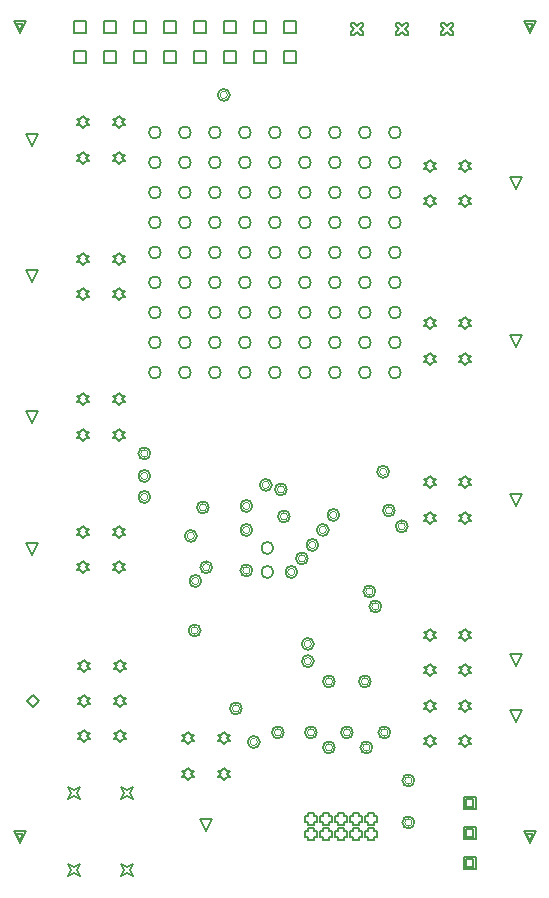
<source format=gbr>
%TF.GenerationSoftware,Altium Limited,Altium Designer,20.1.14 (287)*%
G04 Layer_Color=2752767*
%FSLAX25Y25*%
%MOIN*%
%TF.SameCoordinates,EAB65FBB-9CC0-4E70-8F82-B449C0BBF2B7*%
%TF.FilePolarity,Positive*%
%TF.FileFunction,Drawing*%
%TF.Part,Single*%
G01*
G75*
%TA.AperFunction,NonConductor*%
%ADD78C,0.00500*%
%ADD80C,0.00400*%
%ADD104C,0.00667*%
D78*
X103000Y283000D02*
Y287000D01*
X107000D01*
Y283000D01*
X103000D01*
X93000D02*
Y287000D01*
X97000D01*
Y283000D01*
X93000D01*
X83000D02*
Y287000D01*
X87000D01*
Y283000D01*
X83000D01*
X73000D02*
Y287000D01*
X77000D01*
Y283000D01*
X73000D01*
X63000D02*
Y287000D01*
X67000D01*
Y283000D01*
X63000D01*
X53000D02*
Y287000D01*
X57000D01*
Y283000D01*
X53000D01*
X43000D02*
Y287000D01*
X47000D01*
Y283000D01*
X43000D01*
X33000D02*
Y287000D01*
X37000D01*
Y283000D01*
X33000D01*
X103000Y273000D02*
Y277000D01*
X107000D01*
Y273000D01*
X103000D01*
X93000D02*
Y277000D01*
X97000D01*
Y273000D01*
X93000D01*
X83000D02*
Y277000D01*
X87000D01*
Y273000D01*
X83000D01*
X73000D02*
Y277000D01*
X77000D01*
Y273000D01*
X73000D01*
X63000D02*
Y277000D01*
X67000D01*
Y273000D01*
X63000D01*
X53000D02*
Y277000D01*
X57000D01*
Y273000D01*
X53000D01*
X43000D02*
Y277000D01*
X47000D01*
Y273000D01*
X43000D01*
X33000D02*
Y277000D01*
X37000D01*
Y273000D01*
X33000D01*
X19193Y153094D02*
X17193Y157095D01*
X21193D01*
X19193Y153094D01*
X48012Y159000D02*
X49012Y160000D01*
X50012D01*
X49012Y161000D01*
X50012Y162000D01*
X49012D01*
X48012Y163000D01*
X47012Y162000D01*
X46012D01*
X47012Y161000D01*
X46012Y160000D01*
X47012D01*
X48012Y159000D01*
Y147189D02*
X49012Y148189D01*
X50012D01*
X49012Y149189D01*
X50012Y150189D01*
X49012D01*
X48012Y151189D01*
X47012Y150189D01*
X46012D01*
X47012Y149189D01*
X46012Y148189D01*
X47012D01*
X48012Y147189D01*
X36201Y159000D02*
X37201Y160000D01*
X38201D01*
X37201Y161000D01*
X38201Y162000D01*
X37201D01*
X36201Y163000D01*
X35201Y162000D01*
X34201D01*
X35201Y161000D01*
X34201Y160000D01*
X35201D01*
X36201Y159000D01*
Y147189D02*
X37201Y148189D01*
X38201D01*
X37201Y149189D01*
X38201Y150189D01*
X37201D01*
X36201Y151189D01*
X35201Y150189D01*
X34201D01*
X35201Y149189D01*
X34201Y148189D01*
X35201D01*
X36201Y147189D01*
X180500Y72004D02*
X178500Y76004D01*
X182500D01*
X180500Y72004D01*
Y53500D02*
X178500Y57500D01*
X182500D01*
X180500Y53500D01*
X151681Y45035D02*
X152681Y46035D01*
X153681D01*
X152681Y47035D01*
X153681Y48035D01*
X152681D01*
X151681Y49035D01*
X150681Y48035D01*
X149681D01*
X150681Y47035D01*
X149681Y46035D01*
X150681D01*
X151681Y45035D01*
Y56846D02*
X152681Y57846D01*
X153681D01*
X152681Y58846D01*
X153681Y59847D01*
X152681D01*
X151681Y60847D01*
X150681Y59847D01*
X149681D01*
X150681Y58846D01*
X149681Y57846D01*
X150681D01*
X151681Y56846D01*
Y68657D02*
X152681Y69657D01*
X153681D01*
X152681Y70657D01*
X153681Y71658D01*
X152681D01*
X151681Y72658D01*
X150681Y71658D01*
X149681D01*
X150681Y70657D01*
X149681Y69657D01*
X150681D01*
X151681Y68657D01*
Y80468D02*
X152681Y81468D01*
X153681D01*
X152681Y82468D01*
X153681Y83469D01*
X152681D01*
X151681Y84469D01*
X150681Y83469D01*
X149681D01*
X150681Y82468D01*
X149681Y81468D01*
X150681D01*
X151681Y80468D01*
X163492Y45035D02*
X164492Y46035D01*
X165492D01*
X164492Y47035D01*
X165492Y48035D01*
X164492D01*
X163492Y49035D01*
X162492Y48035D01*
X161492D01*
X162492Y47035D01*
X161492Y46035D01*
X162492D01*
X163492Y45035D01*
Y56846D02*
X164492Y57846D01*
X165492D01*
X164492Y58846D01*
X165492Y59847D01*
X164492D01*
X163492Y60847D01*
X162492Y59847D01*
X161492D01*
X162492Y58846D01*
X161492Y57846D01*
X162492D01*
X163492Y56846D01*
Y68657D02*
X164492Y69657D01*
X165492D01*
X164492Y70657D01*
X165492Y71658D01*
X164492D01*
X163492Y72658D01*
X162492Y71658D01*
X161492D01*
X162492Y70657D01*
X161492Y69657D01*
X162492D01*
X163492Y68657D01*
Y80468D02*
X164492Y81468D01*
X165492D01*
X164492Y82468D01*
X165492Y83469D01*
X164492D01*
X163492Y84469D01*
X162492Y83469D01*
X161492D01*
X162492Y82468D01*
X161492Y81468D01*
X162492D01*
X163492Y80468D01*
X31142Y2205D02*
X32142Y4205D01*
X31142Y6205D01*
X33142Y5205D01*
X35142Y6205D01*
X34142Y4205D01*
X35142Y2205D01*
X33142Y3205D01*
X31142Y2205D01*
Y27795D02*
X32142Y29795D01*
X31142Y31795D01*
X33142Y30795D01*
X35142Y31795D01*
X34142Y29795D01*
X35142Y27795D01*
X33142Y28795D01*
X31142Y27795D01*
X48858D02*
X49858Y29795D01*
X48858Y31795D01*
X50858Y30795D01*
X52858Y31795D01*
X51858Y29795D01*
X52858Y27795D01*
X50858Y28795D01*
X48858Y27795D01*
Y2205D02*
X49858Y4205D01*
X48858Y6205D01*
X50858Y5205D01*
X52858Y6205D01*
X51858Y4205D01*
X52858Y2205D01*
X50858Y3205D01*
X48858Y2205D01*
X180500Y231000D02*
X178500Y235000D01*
X182500D01*
X180500Y231000D01*
X151681Y225095D02*
X152681Y226095D01*
X153681D01*
X152681Y227095D01*
X153681Y228095D01*
X152681D01*
X151681Y229095D01*
X150681Y228095D01*
X149681D01*
X150681Y227095D01*
X149681Y226095D01*
X150681D01*
X151681Y225095D01*
Y236906D02*
X152681Y237906D01*
X153681D01*
X152681Y238906D01*
X153681Y239906D01*
X152681D01*
X151681Y240905D01*
X150681Y239906D01*
X149681D01*
X150681Y238906D01*
X149681Y237906D01*
X150681D01*
X151681Y236906D01*
X163492Y225095D02*
X164492Y226095D01*
X165492D01*
X164492Y227095D01*
X165492Y228095D01*
X164492D01*
X163492Y229095D01*
X162492Y228095D01*
X161492D01*
X162492Y227095D01*
X161492Y226095D01*
X162492D01*
X163492Y225095D01*
Y236906D02*
X164492Y237906D01*
X165492D01*
X164492Y238906D01*
X165492Y239906D01*
X164492D01*
X163492Y240905D01*
X162492Y239906D01*
X161492D01*
X162492Y238906D01*
X161492Y237906D01*
X162492D01*
X163492Y236906D01*
X180500Y178500D02*
X178500Y182500D01*
X182500D01*
X180500Y178500D01*
X151681Y172594D02*
X152681Y173594D01*
X153681D01*
X152681Y174594D01*
X153681Y175594D01*
X152681D01*
X151681Y176594D01*
X150681Y175594D01*
X149681D01*
X150681Y174594D01*
X149681Y173594D01*
X150681D01*
X151681Y172594D01*
Y184406D02*
X152681Y185406D01*
X153681D01*
X152681Y186406D01*
X153681Y187406D01*
X152681D01*
X151681Y188406D01*
X150681Y187406D01*
X149681D01*
X150681Y186406D01*
X149681Y185406D01*
X150681D01*
X151681Y184406D01*
X163492Y172594D02*
X164492Y173594D01*
X165492D01*
X164492Y174594D01*
X165492Y175594D01*
X164492D01*
X163492Y176594D01*
X162492Y175594D01*
X161492D01*
X162492Y174594D01*
X161492Y173594D01*
X162492D01*
X163492Y172594D01*
Y184406D02*
X164492Y185406D01*
X165492D01*
X164492Y186406D01*
X165492Y187406D01*
X164492D01*
X163492Y188406D01*
X162492Y187406D01*
X161492D01*
X162492Y186406D01*
X161492Y185406D01*
X162492D01*
X163492Y184406D01*
X180500Y125500D02*
X178500Y129500D01*
X182500D01*
X180500Y125500D01*
X151681Y119595D02*
X152681Y120595D01*
X153681D01*
X152681Y121595D01*
X153681Y122594D01*
X152681D01*
X151681Y123594D01*
X150681Y122594D01*
X149681D01*
X150681Y121595D01*
X149681Y120595D01*
X150681D01*
X151681Y119595D01*
Y131405D02*
X152681Y132405D01*
X153681D01*
X152681Y133405D01*
X153681Y134406D01*
X152681D01*
X151681Y135406D01*
X150681Y134406D01*
X149681D01*
X150681Y133405D01*
X149681Y132405D01*
X150681D01*
X151681Y131405D01*
X163492Y119595D02*
X164492Y120595D01*
X165492D01*
X164492Y121595D01*
X165492Y122594D01*
X164492D01*
X163492Y123594D01*
X162492Y122594D01*
X161492D01*
X162492Y121595D01*
X161492Y120595D01*
X162492D01*
X163492Y119595D01*
Y131405D02*
X164492Y132405D01*
X165492D01*
X164492Y133405D01*
X165492Y134406D01*
X164492D01*
X163492Y135406D01*
X162492Y134406D01*
X161492D01*
X162492Y133405D01*
X161492Y132405D01*
X162492D01*
X163492Y131405D01*
X19193Y109000D02*
X17193Y113000D01*
X21193D01*
X19193Y109000D01*
X48012Y114906D02*
X49012Y115905D01*
X50012D01*
X49012Y116905D01*
X50012Y117905D01*
X49012D01*
X48012Y118905D01*
X47012Y117905D01*
X46012D01*
X47012Y116905D01*
X46012Y115905D01*
X47012D01*
X48012Y114906D01*
Y103094D02*
X49012Y104095D01*
X50012D01*
X49012Y105095D01*
X50012Y106095D01*
X49012D01*
X48012Y107095D01*
X47012Y106095D01*
X46012D01*
X47012Y105095D01*
X46012Y104095D01*
X47012D01*
X48012Y103094D01*
X36201Y114906D02*
X37201Y115905D01*
X38201D01*
X37201Y116905D01*
X38201Y117905D01*
X37201D01*
X36201Y118905D01*
X35201Y117905D01*
X34201D01*
X35201Y116905D01*
X34201Y115905D01*
X35201D01*
X36201Y114906D01*
Y103094D02*
X37201Y104095D01*
X38201D01*
X37201Y105095D01*
X38201Y106095D01*
X37201D01*
X36201Y107095D01*
X35201Y106095D01*
X34201D01*
X35201Y105095D01*
X34201Y104095D01*
X35201D01*
X36201Y103094D01*
X19193Y200000D02*
X17193Y204000D01*
X21193D01*
X19193Y200000D01*
X48012Y205906D02*
X49012Y206906D01*
X50012D01*
X49012Y207906D01*
X50012Y208906D01*
X49012D01*
X48012Y209906D01*
X47012Y208906D01*
X46012D01*
X47012Y207906D01*
X46012Y206906D01*
X47012D01*
X48012Y205906D01*
Y194095D02*
X49012Y195095D01*
X50012D01*
X49012Y196095D01*
X50012Y197095D01*
X49012D01*
X48012Y198094D01*
X47012Y197095D01*
X46012D01*
X47012Y196095D01*
X46012Y195095D01*
X47012D01*
X48012Y194095D01*
X36201Y205906D02*
X37201Y206906D01*
X38201D01*
X37201Y207906D01*
X38201Y208906D01*
X37201D01*
X36201Y209906D01*
X35201Y208906D01*
X34201D01*
X35201Y207906D01*
X34201Y206906D01*
X35201D01*
X36201Y205906D01*
Y194095D02*
X37201Y195095D01*
X38201D01*
X37201Y196095D01*
X38201Y197095D01*
X37201D01*
X36201Y198094D01*
X35201Y197095D01*
X34201D01*
X35201Y196095D01*
X34201Y195095D01*
X35201D01*
X36201Y194095D01*
X111000Y15000D02*
Y14000D01*
X113000D01*
Y15000D01*
X114000D01*
Y17000D01*
X113000D01*
Y18000D01*
X111000D01*
Y17000D01*
X110000D01*
Y15000D01*
X111000D01*
Y20000D02*
Y19000D01*
X113000D01*
Y20000D01*
X114000D01*
Y22000D01*
X113000D01*
Y23000D01*
X111000D01*
Y22000D01*
X110000D01*
Y20000D01*
X111000D01*
X116000Y15000D02*
Y14000D01*
X118000D01*
Y15000D01*
X119000D01*
Y17000D01*
X118000D01*
Y18000D01*
X116000D01*
Y17000D01*
X115000D01*
Y15000D01*
X116000D01*
Y20000D02*
Y19000D01*
X118000D01*
Y20000D01*
X119000D01*
Y22000D01*
X118000D01*
Y23000D01*
X116000D01*
Y22000D01*
X115000D01*
Y20000D01*
X116000D01*
X121000Y15000D02*
Y14000D01*
X123000D01*
Y15000D01*
X124000D01*
Y17000D01*
X123000D01*
Y18000D01*
X121000D01*
Y17000D01*
X120000D01*
Y15000D01*
X121000D01*
Y20000D02*
Y19000D01*
X123000D01*
Y20000D01*
X124000D01*
Y22000D01*
X123000D01*
Y23000D01*
X121000D01*
Y22000D01*
X120000D01*
Y20000D01*
X121000D01*
X126000Y15000D02*
Y14000D01*
X128000D01*
Y15000D01*
X129000D01*
Y17000D01*
X128000D01*
Y18000D01*
X126000D01*
Y17000D01*
X125000D01*
Y15000D01*
X126000D01*
Y20000D02*
Y19000D01*
X128000D01*
Y20000D01*
X129000D01*
Y22000D01*
X128000D01*
Y23000D01*
X126000D01*
Y22000D01*
X125000D01*
Y20000D01*
X126000D01*
X131000Y15000D02*
Y14000D01*
X133000D01*
Y15000D01*
X134000D01*
Y17000D01*
X133000D01*
Y18000D01*
X131000D01*
Y17000D01*
X130000D01*
Y15000D01*
X131000D01*
Y20000D02*
Y19000D01*
X133000D01*
Y20000D01*
X134000D01*
Y22000D01*
X133000D01*
Y23000D01*
X131000D01*
Y22000D01*
X130000D01*
Y20000D01*
X131000D01*
X19193Y245500D02*
X17193Y249500D01*
X21193D01*
X19193Y245500D01*
X48012Y251406D02*
X49012Y252406D01*
X50012D01*
X49012Y253405D01*
X50012Y254405D01*
X49012D01*
X48012Y255405D01*
X47012Y254405D01*
X46012D01*
X47012Y253405D01*
X46012Y252406D01*
X47012D01*
X48012Y251406D01*
Y239595D02*
X49012Y240595D01*
X50012D01*
X49012Y241595D01*
X50012Y242595D01*
X49012D01*
X48012Y243595D01*
X47012Y242595D01*
X46012D01*
X47012Y241595D01*
X46012Y240595D01*
X47012D01*
X48012Y239595D01*
X36201Y251406D02*
X37201Y252406D01*
X38201D01*
X37201Y253405D01*
X38201Y254405D01*
X37201D01*
X36201Y255405D01*
X35201Y254405D01*
X34201D01*
X35201Y253405D01*
X34201Y252406D01*
X35201D01*
X36201Y251406D01*
Y239595D02*
X37201Y240595D01*
X38201D01*
X37201Y241595D01*
X38201Y242595D01*
X37201D01*
X36201Y243595D01*
X35201Y242595D01*
X34201D01*
X35201Y241595D01*
X34201Y240595D01*
X35201D01*
X36201Y239595D01*
X77000Y17193D02*
X75000Y21193D01*
X79000D01*
X77000Y17193D01*
X71095Y46012D02*
X72095Y47012D01*
X73094D01*
X72095Y48012D01*
X73094Y49012D01*
X72095D01*
X71095Y50012D01*
X70095Y49012D01*
X69095D01*
X70095Y48012D01*
X69095Y47012D01*
X70095D01*
X71095Y46012D01*
X82906D02*
X83906Y47012D01*
X84905D01*
X83906Y48012D01*
X84905Y49012D01*
X83906D01*
X82906Y50012D01*
X81906Y49012D01*
X80905D01*
X81906Y48012D01*
X80905Y47012D01*
X81906D01*
X82906Y46012D01*
X71095Y34201D02*
X72095Y35201D01*
X73094D01*
X72095Y36201D01*
X73094Y37201D01*
X72095D01*
X71095Y38201D01*
X70095Y37201D01*
X69095D01*
X70095Y36201D01*
X69095Y35201D01*
X70095D01*
X71095Y34201D01*
X82906D02*
X83906Y35201D01*
X84905D01*
X83906Y36201D01*
X84905Y37201D01*
X83906D01*
X82906Y38201D01*
X81906Y37201D01*
X80905D01*
X81906Y36201D01*
X80905Y35201D01*
X81906D01*
X82906Y34201D01*
X155500Y282500D02*
X156500D01*
X157500Y283500D01*
X158500Y282500D01*
X159500D01*
Y283500D01*
X158500Y284500D01*
X159500Y285500D01*
Y286500D01*
X158500D01*
X157500Y285500D01*
X156500Y286500D01*
X155500D01*
Y285500D01*
X156500Y284500D01*
X155500Y283500D01*
Y282500D01*
X140500D02*
X141500D01*
X142500Y283500D01*
X143500Y282500D01*
X144500D01*
Y283500D01*
X143500Y284500D01*
X144500Y285500D01*
Y286500D01*
X143500D01*
X142500Y285500D01*
X141500Y286500D01*
X140500D01*
Y285500D01*
X141500Y284500D01*
X140500Y283500D01*
Y282500D01*
X125500D02*
X126500D01*
X127500Y283500D01*
X128500Y282500D01*
X129500D01*
Y283500D01*
X128500Y284500D01*
X129500Y285500D01*
Y286500D01*
X128500D01*
X127500Y285500D01*
X126500Y286500D01*
X125500D01*
Y285500D01*
X126500Y284500D01*
X125500Y283500D01*
Y282500D01*
X36508Y70311D02*
X37508Y71311D01*
X38508D01*
X37508Y72311D01*
X38508Y73311D01*
X37508D01*
X36508Y74311D01*
X35508Y73311D01*
X34508D01*
X35508Y72311D01*
X34508Y71311D01*
X35508D01*
X36508Y70311D01*
Y58500D02*
X37508Y59500D01*
X38508D01*
X37508Y60500D01*
X38508Y61500D01*
X37508D01*
X36508Y62500D01*
X35508Y61500D01*
X34508D01*
X35508Y60500D01*
X34508Y59500D01*
X35508D01*
X36508Y58500D01*
Y46689D02*
X37508Y47689D01*
X38508D01*
X37508Y48689D01*
X38508Y49689D01*
X37508D01*
X36508Y50689D01*
X35508Y49689D01*
X34508D01*
X35508Y48689D01*
X34508Y47689D01*
X35508D01*
X36508Y46689D01*
X48319D02*
X49319Y47689D01*
X50319D01*
X49319Y48689D01*
X50319Y49689D01*
X49319D01*
X48319Y50689D01*
X47319Y49689D01*
X46319D01*
X47319Y48689D01*
X46319Y47689D01*
X47319D01*
X48319Y46689D01*
Y58500D02*
X49319Y59500D01*
X50319D01*
X49319Y60500D01*
X50319Y61500D01*
X49319D01*
X48319Y62500D01*
X47319Y61500D01*
X46319D01*
X47319Y60500D01*
X46319Y59500D01*
X47319D01*
X48319Y58500D01*
Y70311D02*
X49319Y71311D01*
X50319D01*
X49319Y72311D01*
X50319Y73311D01*
X49319D01*
X48319Y74311D01*
X47319Y73311D01*
X46319D01*
X47319Y72311D01*
X46319Y71311D01*
X47319D01*
X48319Y70311D01*
X17500Y60500D02*
X19500Y62500D01*
X21500Y60500D01*
X19500Y58500D01*
X17500Y60500D01*
X163000Y24500D02*
Y28500D01*
X167000D01*
Y24500D01*
X163000D01*
X163800Y25300D02*
Y27700D01*
X166200D01*
Y25300D01*
X163800D01*
X163000Y14500D02*
Y18500D01*
X167000D01*
Y14500D01*
X163000D01*
X163800Y15300D02*
Y17700D01*
X166200D01*
Y15300D01*
X163800D01*
X163000Y4500D02*
Y8500D01*
X167000D01*
Y4500D01*
X163000D01*
X163800Y5300D02*
Y7700D01*
X166200D01*
Y5300D01*
X163800D01*
X185000Y283000D02*
X183000Y287000D01*
X187000D01*
X185000Y283000D01*
Y283800D02*
X183800Y286200D01*
X186200D01*
X185000Y283800D01*
X15000Y283000D02*
X13000Y287000D01*
X17000D01*
X15000Y283000D01*
Y283800D02*
X13800Y286200D01*
X16200D01*
X15000Y283800D01*
X185000Y13000D02*
X183000Y17000D01*
X187000D01*
X185000Y13000D01*
Y13800D02*
X183800Y16200D01*
X186200D01*
X185000Y13800D01*
X15000Y13000D02*
X13000Y17000D01*
X17000D01*
X15000Y13000D01*
Y13800D02*
X13800Y16200D01*
X16200D01*
X15000Y13800D01*
D80*
X84200Y262500D02*
G03*
X84200Y262500I-1200J0D01*
G01*
X74465Y84000D02*
G03*
X74465Y84000I-1200J0D01*
G01*
X104200Y122000D02*
G03*
X104200Y122000I-1200J0D01*
G01*
X103200Y131000D02*
G03*
X103200Y131000I-1200J0D01*
G01*
X91700Y117500D02*
G03*
X91700Y117500I-1200J0D01*
G01*
X143490Y118710D02*
G03*
X143490Y118710I-1200J0D01*
G01*
X132700Y97000D02*
G03*
X132700Y97000I-1200J0D01*
G01*
X77200Y125000D02*
G03*
X77200Y125000I-1200J0D01*
G01*
X120700Y122500D02*
G03*
X120700Y122500I-1200J0D01*
G01*
X112200Y73768D02*
G03*
X112200Y73768I-1200J0D01*
G01*
X91700Y125500D02*
G03*
X91700Y125500I-1200J0D01*
G01*
Y104000D02*
G03*
X91700Y104000I-1200J0D01*
G01*
X139200Y124000D02*
G03*
X139200Y124000I-1200J0D01*
G01*
X113700Y112500D02*
G03*
X113700Y112500I-1200J0D01*
G01*
X110200Y108000D02*
G03*
X110200Y108000I-1200J0D01*
G01*
X112200Y79500D02*
G03*
X112200Y79500I-1200J0D01*
G01*
X137296Y136904D02*
G03*
X137296Y136904I-1200J0D01*
G01*
X106700Y103500D02*
G03*
X106700Y103500I-1200J0D01*
G01*
X98200Y132500D02*
G03*
X98200Y132500I-1200J0D01*
G01*
X78322Y105055D02*
G03*
X78322Y105055I-1200J0D01*
G01*
X134700Y92000D02*
G03*
X134700Y92000I-1200J0D01*
G01*
X117177Y117500D02*
G03*
X117177Y117500I-1200J0D01*
G01*
X74700Y100500D02*
G03*
X74700Y100500I-1200J0D01*
G01*
X73200Y115516D02*
G03*
X73200Y115516I-1200J0D01*
G01*
X88200Y58000D02*
G03*
X88200Y58000I-1200J0D01*
G01*
X102200Y50000D02*
G03*
X102200Y50000I-1200J0D01*
G01*
X94200Y46821D02*
G03*
X94200Y46821I-1200J0D01*
G01*
X145700Y34000D02*
G03*
X145700Y34000I-1200J0D01*
G01*
Y20000D02*
G03*
X145700Y20000I-1200J0D01*
G01*
X137700Y50000D02*
G03*
X137700Y50000I-1200J0D01*
G01*
X119200Y67000D02*
G03*
X119200Y67000I-1200J0D01*
G01*
X131200D02*
G03*
X131200Y67000I-1200J0D01*
G01*
X131700Y45000D02*
G03*
X131700Y45000I-1200J0D01*
G01*
X125200Y50000D02*
G03*
X125200Y50000I-1200J0D01*
G01*
X113200D02*
G03*
X113200Y50000I-1200J0D01*
G01*
X119200Y45000D02*
G03*
X119200Y45000I-1200J0D01*
G01*
X57700Y143000D02*
G03*
X57700Y143000I-1200J0D01*
G01*
Y135500D02*
G03*
X57700Y135500I-1200J0D01*
G01*
Y128500D02*
G03*
X57700Y128500I-1200J0D01*
G01*
D104*
X132000Y250000D02*
G03*
X132000Y250000I-2000J0D01*
G01*
X122000D02*
G03*
X122000Y250000I-2000J0D01*
G01*
X112000D02*
G03*
X112000Y250000I-2000J0D01*
G01*
X62000Y190000D02*
G03*
X62000Y190000I-2000J0D01*
G01*
Y170000D02*
G03*
X62000Y170000I-2000J0D01*
G01*
Y180000D02*
G03*
X62000Y180000I-2000J0D01*
G01*
X99500Y103500D02*
G03*
X99500Y103500I-2000J0D01*
G01*
Y111500D02*
G03*
X99500Y111500I-2000J0D01*
G01*
X142000Y190000D02*
G03*
X142000Y190000I-2000J0D01*
G01*
Y180000D02*
G03*
X142000Y180000I-2000J0D01*
G01*
Y170000D02*
G03*
X142000Y170000I-2000J0D01*
G01*
Y200000D02*
G03*
X142000Y200000I-2000J0D01*
G01*
Y230000D02*
G03*
X142000Y230000I-2000J0D01*
G01*
X122000Y170000D02*
G03*
X122000Y170000I-2000J0D01*
G01*
X132000D02*
G03*
X132000Y170000I-2000J0D01*
G01*
X142000Y210000D02*
G03*
X142000Y210000I-2000J0D01*
G01*
Y220000D02*
G03*
X142000Y220000I-2000J0D01*
G01*
X112000Y170000D02*
G03*
X112000Y170000I-2000J0D01*
G01*
X102000D02*
G03*
X102000Y170000I-2000J0D01*
G01*
X92000D02*
G03*
X92000Y170000I-2000J0D01*
G01*
X82000D02*
G03*
X82000Y170000I-2000J0D01*
G01*
X72000D02*
G03*
X72000Y170000I-2000J0D01*
G01*
X62000Y210000D02*
G03*
X62000Y210000I-2000J0D01*
G01*
X102000Y250000D02*
G03*
X102000Y250000I-2000J0D01*
G01*
X92000D02*
G03*
X92000Y250000I-2000J0D01*
G01*
X82000D02*
G03*
X82000Y250000I-2000J0D01*
G01*
X132000Y240000D02*
G03*
X132000Y240000I-2000J0D01*
G01*
X122000D02*
G03*
X122000Y240000I-2000J0D01*
G01*
X112000D02*
G03*
X112000Y240000I-2000J0D01*
G01*
X102000D02*
G03*
X102000Y240000I-2000J0D01*
G01*
X92000D02*
G03*
X92000Y240000I-2000J0D01*
G01*
X82000D02*
G03*
X82000Y240000I-2000J0D01*
G01*
X112000Y230000D02*
G03*
X112000Y230000I-2000J0D01*
G01*
X102000D02*
G03*
X102000Y230000I-2000J0D01*
G01*
X92000D02*
G03*
X92000Y230000I-2000J0D01*
G01*
X82000D02*
G03*
X82000Y230000I-2000J0D01*
G01*
X72000D02*
G03*
X72000Y230000I-2000J0D01*
G01*
X62000Y220000D02*
G03*
X62000Y220000I-2000J0D01*
G01*
X72000Y190000D02*
G03*
X72000Y190000I-2000J0D01*
G01*
X82000Y220000D02*
G03*
X82000Y220000I-2000J0D01*
G01*
X72000D02*
G03*
X72000Y220000I-2000J0D01*
G01*
X142000Y250000D02*
G03*
X142000Y250000I-2000J0D01*
G01*
X92000Y190000D02*
G03*
X92000Y190000I-2000J0D01*
G01*
X82000Y180000D02*
G03*
X82000Y180000I-2000J0D01*
G01*
X122000Y230000D02*
G03*
X122000Y230000I-2000J0D01*
G01*
X132000D02*
G03*
X132000Y230000I-2000J0D01*
G01*
X142000Y240000D02*
G03*
X142000Y240000I-2000J0D01*
G01*
X92000Y180000D02*
G03*
X92000Y180000I-2000J0D01*
G01*
X72000Y210000D02*
G03*
X72000Y210000I-2000J0D01*
G01*
X132000Y220000D02*
G03*
X132000Y220000I-2000J0D01*
G01*
X122000D02*
G03*
X122000Y220000I-2000J0D01*
G01*
X112000D02*
G03*
X112000Y220000I-2000J0D01*
G01*
X102000D02*
G03*
X102000Y220000I-2000J0D01*
G01*
X92000D02*
G03*
X92000Y220000I-2000J0D01*
G01*
X132000Y210000D02*
G03*
X132000Y210000I-2000J0D01*
G01*
X122000D02*
G03*
X122000Y210000I-2000J0D01*
G01*
X112000D02*
G03*
X112000Y210000I-2000J0D01*
G01*
X102000D02*
G03*
X102000Y210000I-2000J0D01*
G01*
X92000D02*
G03*
X92000Y210000I-2000J0D01*
G01*
X82000D02*
G03*
X82000Y210000I-2000J0D01*
G01*
X122000Y200000D02*
G03*
X122000Y200000I-2000J0D01*
G01*
X112000D02*
G03*
X112000Y200000I-2000J0D01*
G01*
X102000D02*
G03*
X102000Y200000I-2000J0D01*
G01*
X92000D02*
G03*
X92000Y200000I-2000J0D01*
G01*
X82000D02*
G03*
X82000Y200000I-2000J0D01*
G01*
X72000D02*
G03*
X72000Y200000I-2000J0D01*
G01*
Y250000D02*
G03*
X72000Y250000I-2000J0D01*
G01*
X102000Y190000D02*
G03*
X102000Y190000I-2000J0D01*
G01*
X72000Y180000D02*
G03*
X72000Y180000I-2000J0D01*
G01*
X132000D02*
G03*
X132000Y180000I-2000J0D01*
G01*
X122000D02*
G03*
X122000Y180000I-2000J0D01*
G01*
X112000D02*
G03*
X112000Y180000I-2000J0D01*
G01*
X102000D02*
G03*
X102000Y180000I-2000J0D01*
G01*
X72000Y240000D02*
G03*
X72000Y240000I-2000J0D01*
G01*
X82000Y190000D02*
G03*
X82000Y190000I-2000J0D01*
G01*
X62000Y200000D02*
G03*
X62000Y200000I-2000J0D01*
G01*
X132000D02*
G03*
X132000Y200000I-2000J0D01*
G01*
X62000Y230000D02*
G03*
X62000Y230000I-2000J0D01*
G01*
X112000Y190000D02*
G03*
X112000Y190000I-2000J0D01*
G01*
X132000D02*
G03*
X132000Y190000I-2000J0D01*
G01*
X122000D02*
G03*
X122000Y190000I-2000J0D01*
G01*
X62000Y240000D02*
G03*
X62000Y240000I-2000J0D01*
G01*
Y250000D02*
G03*
X62000Y250000I-2000J0D01*
G01*
X85000Y262500D02*
G03*
X85000Y262500I-2000J0D01*
G01*
X75265Y84000D02*
G03*
X75265Y84000I-2000J0D01*
G01*
X105000Y122000D02*
G03*
X105000Y122000I-2000J0D01*
G01*
X104000Y131000D02*
G03*
X104000Y131000I-2000J0D01*
G01*
X92500Y117500D02*
G03*
X92500Y117500I-2000J0D01*
G01*
X144290Y118710D02*
G03*
X144290Y118710I-2000J0D01*
G01*
X133500Y97000D02*
G03*
X133500Y97000I-2000J0D01*
G01*
X78000Y125000D02*
G03*
X78000Y125000I-2000J0D01*
G01*
X121500Y122500D02*
G03*
X121500Y122500I-2000J0D01*
G01*
X113000Y73768D02*
G03*
X113000Y73768I-2000J0D01*
G01*
X92500Y125500D02*
G03*
X92500Y125500I-2000J0D01*
G01*
Y104000D02*
G03*
X92500Y104000I-2000J0D01*
G01*
X140000Y124000D02*
G03*
X140000Y124000I-2000J0D01*
G01*
X114500Y112500D02*
G03*
X114500Y112500I-2000J0D01*
G01*
X111000Y108000D02*
G03*
X111000Y108000I-2000J0D01*
G01*
X113000Y79500D02*
G03*
X113000Y79500I-2000J0D01*
G01*
X138096Y136904D02*
G03*
X138096Y136904I-2000J0D01*
G01*
X107500Y103500D02*
G03*
X107500Y103500I-2000J0D01*
G01*
X99000Y132500D02*
G03*
X99000Y132500I-2000J0D01*
G01*
X79122Y105055D02*
G03*
X79122Y105055I-2000J0D01*
G01*
X135500Y92000D02*
G03*
X135500Y92000I-2000J0D01*
G01*
X117977Y117500D02*
G03*
X117977Y117500I-2000J0D01*
G01*
X75500Y100500D02*
G03*
X75500Y100500I-2000J0D01*
G01*
X74000Y115516D02*
G03*
X74000Y115516I-2000J0D01*
G01*
X89000Y58000D02*
G03*
X89000Y58000I-2000J0D01*
G01*
X103000Y50000D02*
G03*
X103000Y50000I-2000J0D01*
G01*
X95000Y46821D02*
G03*
X95000Y46821I-2000J0D01*
G01*
X146500Y34000D02*
G03*
X146500Y34000I-2000J0D01*
G01*
Y20000D02*
G03*
X146500Y20000I-2000J0D01*
G01*
X138500Y50000D02*
G03*
X138500Y50000I-2000J0D01*
G01*
X120000Y67000D02*
G03*
X120000Y67000I-2000J0D01*
G01*
X132000D02*
G03*
X132000Y67000I-2000J0D01*
G01*
X132500Y45000D02*
G03*
X132500Y45000I-2000J0D01*
G01*
X126000Y50000D02*
G03*
X126000Y50000I-2000J0D01*
G01*
X114000D02*
G03*
X114000Y50000I-2000J0D01*
G01*
X120000Y45000D02*
G03*
X120000Y45000I-2000J0D01*
G01*
X58500Y143000D02*
G03*
X58500Y143000I-2000J0D01*
G01*
Y135500D02*
G03*
X58500Y135500I-2000J0D01*
G01*
Y128500D02*
G03*
X58500Y128500I-2000J0D01*
G01*
%TF.MD5,97f50583ea2c76caf906210c680e4273*%
M02*

</source>
